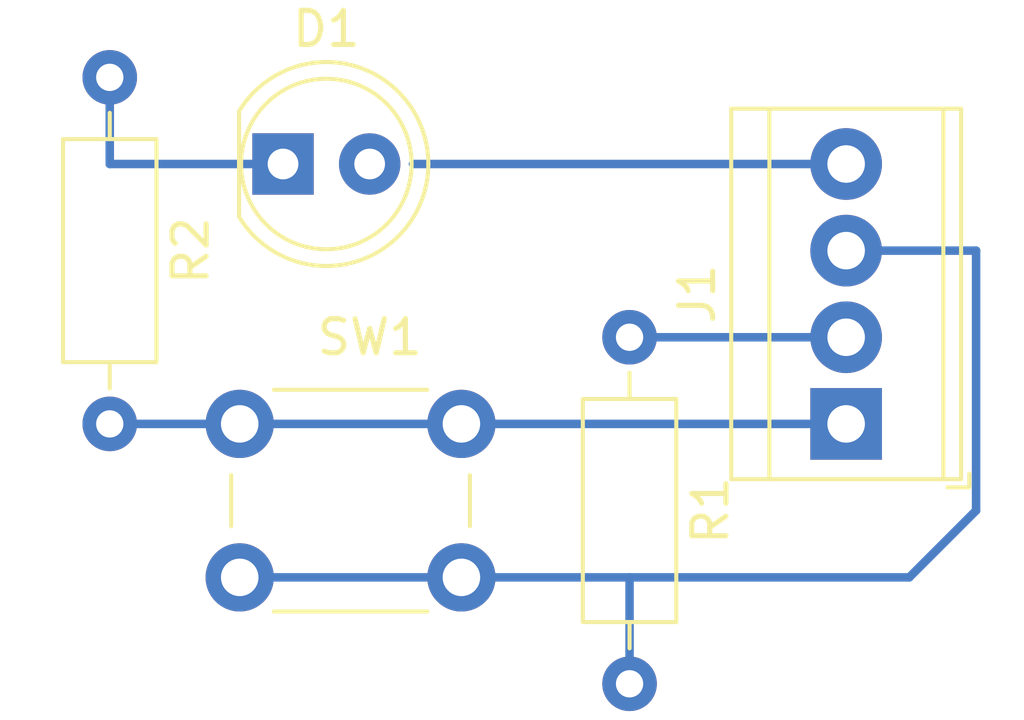
<source format=kicad_pcb>
(kicad_pcb (version 20171130) (host pcbnew "(5.0.1-3-g963ef8bb5)")

  (general
    (thickness 1.6)
    (drawings 0)
    (tracks 11)
    (zones 0)
    (modules 5)
    (nets 6)
  )

  (page A4)
  (title_block
    (title "WiFi LED Button")
    (date 2018-12-20)
    (rev 1.0)
    (company "Dr.-Ing. Thorsten Ludewig")
  )

  (layers
    (0 F.Cu signal)
    (31 B.Cu signal)
    (32 B.Adhes user)
    (33 F.Adhes user)
    (34 B.Paste user)
    (35 F.Paste user)
    (36 B.SilkS user)
    (37 F.SilkS user)
    (38 B.Mask user)
    (39 F.Mask user)
    (40 Dwgs.User user)
    (41 Cmts.User user)
    (42 Eco1.User user)
    (43 Eco2.User user)
    (44 Edge.Cuts user)
    (45 Margin user)
    (46 B.CrtYd user)
    (47 F.CrtYd user)
    (48 B.Fab user)
    (49 F.Fab user)
  )

  (setup
    (last_trace_width 0.25)
    (trace_clearance 0.2)
    (zone_clearance 0.508)
    (zone_45_only no)
    (trace_min 0.2)
    (segment_width 0.2)
    (edge_width 0.15)
    (via_size 0.8)
    (via_drill 0.4)
    (via_min_size 0.4)
    (via_min_drill 0.3)
    (uvia_size 0.3)
    (uvia_drill 0.1)
    (uvias_allowed no)
    (uvia_min_size 0.2)
    (uvia_min_drill 0.1)
    (pcb_text_width 0.3)
    (pcb_text_size 1.5 1.5)
    (mod_edge_width 0.15)
    (mod_text_size 1 1)
    (mod_text_width 0.15)
    (pad_size 1.524 1.524)
    (pad_drill 0.762)
    (pad_to_mask_clearance 0.051)
    (solder_mask_min_width 0.25)
    (aux_axis_origin 0 0)
    (visible_elements FFFFFF7F)
    (pcbplotparams
      (layerselection 0x010fc_ffffffff)
      (usegerberextensions false)
      (usegerberattributes false)
      (usegerberadvancedattributes false)
      (creategerberjobfile false)
      (excludeedgelayer true)
      (linewidth 0.100000)
      (plotframeref false)
      (viasonmask false)
      (mode 1)
      (useauxorigin false)
      (hpglpennumber 1)
      (hpglpenspeed 20)
      (hpglpendiameter 15.000000)
      (psnegative false)
      (psa4output false)
      (plotreference true)
      (plotvalue true)
      (plotinvisibletext false)
      (padsonsilk false)
      (subtractmaskfromsilk false)
      (outputformat 4)
      (mirror false)
      (drillshape 0)
      (scaleselection 1)
      (outputdirectory "./"))
  )

  (net 0 "")
  (net 1 "Net-(D1-Pad1)")
  (net 2 "Net-(D1-Pad2)")
  (net 3 GND)
  (net 4 "Net-(J1-Pad2)")
  (net 5 "Net-(J1-Pad3)")

  (net_class Default "Dies ist die voreingestellte Netzklasse."
    (clearance 0.2)
    (trace_width 0.25)
    (via_dia 0.8)
    (via_drill 0.4)
    (uvia_dia 0.3)
    (uvia_drill 0.1)
    (add_net GND)
    (add_net "Net-(D1-Pad1)")
    (add_net "Net-(D1-Pad2)")
    (add_net "Net-(J1-Pad2)")
    (add_net "Net-(J1-Pad3)")
  )

  (module LED_THT:LED_D5.0mm (layer F.Cu) (tedit 5C1BAB5A) (tstamp 5C1BAC87)
    (at 66.04 53.34)
    (descr "LED, diameter 5.0mm, 2 pins, http://cdn-reichelt.de/documents/datenblatt/A500/LL-504BC2E-009.pdf")
    (tags "LED diameter 5.0mm 2 pins")
    (path /5C1BA2A7)
    (fp_text reference D1 (at 1.27 -3.96) (layer F.SilkS)
      (effects (font (size 1 1) (thickness 0.15)))
    )
    (fp_text value LED (at 1.27 3.96) (layer F.Fab)
      (effects (font (size 1 1) (thickness 0.15)))
    )
    (fp_arc (start 1.27 0) (end -1.23 -1.469694) (angle 299.1) (layer F.Fab) (width 0.1))
    (fp_arc (start 1.27 0) (end -1.29 -1.54483) (angle 148.9) (layer F.SilkS) (width 0.12))
    (fp_arc (start 1.27 0) (end -1.29 1.54483) (angle -148.9) (layer F.SilkS) (width 0.12))
    (fp_circle (center 1.27 0) (end 3.77 0) (layer F.Fab) (width 0.1))
    (fp_circle (center 1.27 0) (end 3.77 0) (layer F.SilkS) (width 0.12))
    (fp_line (start -1.23 -1.469694) (end -1.23 1.469694) (layer F.Fab) (width 0.1))
    (fp_line (start -1.29 -1.545) (end -1.29 1.545) (layer F.SilkS) (width 0.12))
    (fp_line (start -1.95 -3.25) (end -1.95 3.25) (layer F.CrtYd) (width 0.05))
    (fp_line (start -1.95 3.25) (end 4.5 3.25) (layer F.CrtYd) (width 0.05))
    (fp_line (start 4.5 3.25) (end 4.5 -3.25) (layer F.CrtYd) (width 0.05))
    (fp_line (start 4.5 -3.25) (end -1.95 -3.25) (layer F.CrtYd) (width 0.05))
    (fp_text user %R (at 1.25 0) (layer F.Fab)
      (effects (font (size 0.8 0.8) (thickness 0.2)))
    )
    (pad 1 thru_hole rect (at 0 0) (size 1.8 1.8) (drill 0.9) (layers *.Cu *.Mask)
      (net 1 "Net-(D1-Pad1)"))
    (pad 2 thru_hole circle (at 2.54 0) (size 1.8 1.8) (drill 0.9) (layers *.Cu *.Mask)
      (net 2 "Net-(D1-Pad2)"))
    (model ${KISYS3DMOD}/LED_THT.3dshapes/LED_D5.0mm.wrl
      (at (xyz 0 0 0))
      (scale (xyz 1 1 1))
      (rotate (xyz 0 0 0))
    )
  )

  (module TerminalBlock_TE-Connectivity:TerminalBlock_TE_282834-4_1x04_P2.54mm_Horizontal (layer F.Cu) (tedit 5B1EC513) (tstamp 5C1BACAF)
    (at 82.55 60.96 90)
    (descr "Terminal Block TE 282834-4, 4 pins, pitch 2.54mm, size 10.620000000000001x6.5mm^2, drill diamater 1.1mm, pad diameter 2.1mm, see http://www.te.com/commerce/DocumentDelivery/DDEController?Action=showdoc&DocId=Customer+Drawing%7F282834%7FC1%7Fpdf%7FEnglish%7FENG_CD_282834_C1.pdf, script-generated using https://github.com/pointhi/kicad-footprint-generator/scripts/TerminalBlock_TE-Connectivity")
    (tags "THT Terminal Block TE 282834-4 pitch 2.54mm size 10.620000000000001x6.5mm^2 drill 1.1mm pad 2.1mm")
    (path /5C1BA6B2)
    (fp_text reference J1 (at 3.81 -4.37 90) (layer F.SilkS)
      (effects (font (size 1 1) (thickness 0.15)))
    )
    (fp_text value Conn_01x04_Female (at 3.81 4.37 90) (layer F.Fab)
      (effects (font (size 1 1) (thickness 0.15)))
    )
    (fp_circle (center 0 0) (end 1.1 0) (layer F.Fab) (width 0.1))
    (fp_circle (center 2.54 0) (end 3.64 0) (layer F.Fab) (width 0.1))
    (fp_circle (center 5.08 0) (end 6.18 0) (layer F.Fab) (width 0.1))
    (fp_circle (center 7.62 0) (end 8.72 0) (layer F.Fab) (width 0.1))
    (fp_line (start -1.5 -3.25) (end 9.12 -3.25) (layer F.Fab) (width 0.1))
    (fp_line (start 9.12 -3.25) (end 9.12 3.25) (layer F.Fab) (width 0.1))
    (fp_line (start 9.12 3.25) (end -1.1 3.25) (layer F.Fab) (width 0.1))
    (fp_line (start -1.1 3.25) (end -1.5 2.85) (layer F.Fab) (width 0.1))
    (fp_line (start -1.5 2.85) (end -1.5 -3.25) (layer F.Fab) (width 0.1))
    (fp_line (start -1.5 2.85) (end 9.12 2.85) (layer F.Fab) (width 0.1))
    (fp_line (start -1.62 2.85) (end 9.241 2.85) (layer F.SilkS) (width 0.12))
    (fp_line (start -1.5 -2.25) (end 9.12 -2.25) (layer F.Fab) (width 0.1))
    (fp_line (start -1.62 -2.25) (end 9.241 -2.25) (layer F.SilkS) (width 0.12))
    (fp_line (start -1.62 -3.37) (end 9.241 -3.37) (layer F.SilkS) (width 0.12))
    (fp_line (start -1.62 3.37) (end 9.241 3.37) (layer F.SilkS) (width 0.12))
    (fp_line (start -1.62 -3.37) (end -1.62 3.37) (layer F.SilkS) (width 0.12))
    (fp_line (start 9.241 -3.37) (end 9.241 3.37) (layer F.SilkS) (width 0.12))
    (fp_line (start 0.835 -0.7) (end -0.701 0.835) (layer F.Fab) (width 0.1))
    (fp_line (start 0.701 -0.835) (end -0.835 0.7) (layer F.Fab) (width 0.1))
    (fp_line (start 3.375 -0.7) (end 1.84 0.835) (layer F.Fab) (width 0.1))
    (fp_line (start 3.241 -0.835) (end 1.706 0.7) (layer F.Fab) (width 0.1))
    (fp_line (start 5.915 -0.7) (end 4.38 0.835) (layer F.Fab) (width 0.1))
    (fp_line (start 5.781 -0.835) (end 4.246 0.7) (layer F.Fab) (width 0.1))
    (fp_line (start 8.455 -0.7) (end 6.92 0.835) (layer F.Fab) (width 0.1))
    (fp_line (start 8.321 -0.835) (end 6.786 0.7) (layer F.Fab) (width 0.1))
    (fp_line (start -1.86 2.97) (end -1.86 3.61) (layer F.SilkS) (width 0.12))
    (fp_line (start -1.86 3.61) (end -1.46 3.61) (layer F.SilkS) (width 0.12))
    (fp_line (start -2 -3.75) (end -2 3.75) (layer F.CrtYd) (width 0.05))
    (fp_line (start -2 3.75) (end 9.63 3.75) (layer F.CrtYd) (width 0.05))
    (fp_line (start 9.63 3.75) (end 9.63 -3.75) (layer F.CrtYd) (width 0.05))
    (fp_line (start 9.63 -3.75) (end -2 -3.75) (layer F.CrtYd) (width 0.05))
    (fp_text user %R (at 3.81 2 90) (layer F.Fab)
      (effects (font (size 1 1) (thickness 0.15)))
    )
    (pad 1 thru_hole rect (at 0 0 90) (size 2.1 2.1) (drill 1.1) (layers *.Cu *.Mask)
      (net 3 GND))
    (pad 2 thru_hole circle (at 2.54 0 90) (size 2.1 2.1) (drill 1.1) (layers *.Cu *.Mask)
      (net 4 "Net-(J1-Pad2)"))
    (pad 3 thru_hole circle (at 5.08 0 90) (size 2.1 2.1) (drill 1.1) (layers *.Cu *.Mask)
      (net 5 "Net-(J1-Pad3)"))
    (pad 4 thru_hole circle (at 7.62 0 90) (size 2.1 2.1) (drill 1.1) (layers *.Cu *.Mask)
      (net 2 "Net-(D1-Pad2)"))
    (model ${KISYS3DMOD}/TerminalBlock_TE-Connectivity.3dshapes/TerminalBlock_TE_282834-4_1x04_P2.54mm_Horizontal.wrl
      (at (xyz 0 0 0))
      (scale (xyz 1 1 1))
      (rotate (xyz 0 0 0))
    )
  )

  (module Resistor_THT:R_Axial_DIN0207_L6.3mm_D2.5mm_P10.16mm_Horizontal (layer F.Cu) (tedit 5AE5139B) (tstamp 5C1BACC6)
    (at 76.2 58.42 270)
    (descr "Resistor, Axial_DIN0207 series, Axial, Horizontal, pin pitch=10.16mm, 0.25W = 1/4W, length*diameter=6.3*2.5mm^2, http://cdn-reichelt.de/documents/datenblatt/B400/1_4W%23YAG.pdf")
    (tags "Resistor Axial_DIN0207 series Axial Horizontal pin pitch 10.16mm 0.25W = 1/4W length 6.3mm diameter 2.5mm")
    (path /5C1BAB70)
    (fp_text reference R1 (at 5.08 -2.37 270) (layer F.SilkS)
      (effects (font (size 1 1) (thickness 0.15)))
    )
    (fp_text value 10kΩ (at 5.08 2.37 270) (layer F.Fab)
      (effects (font (size 1 1) (thickness 0.15)))
    )
    (fp_text user %R (at 5.08 0 270) (layer F.Fab)
      (effects (font (size 1 1) (thickness 0.15)))
    )
    (fp_line (start 11.21 -1.5) (end -1.05 -1.5) (layer F.CrtYd) (width 0.05))
    (fp_line (start 11.21 1.5) (end 11.21 -1.5) (layer F.CrtYd) (width 0.05))
    (fp_line (start -1.05 1.5) (end 11.21 1.5) (layer F.CrtYd) (width 0.05))
    (fp_line (start -1.05 -1.5) (end -1.05 1.5) (layer F.CrtYd) (width 0.05))
    (fp_line (start 9.12 0) (end 8.35 0) (layer F.SilkS) (width 0.12))
    (fp_line (start 1.04 0) (end 1.81 0) (layer F.SilkS) (width 0.12))
    (fp_line (start 8.35 -1.37) (end 1.81 -1.37) (layer F.SilkS) (width 0.12))
    (fp_line (start 8.35 1.37) (end 8.35 -1.37) (layer F.SilkS) (width 0.12))
    (fp_line (start 1.81 1.37) (end 8.35 1.37) (layer F.SilkS) (width 0.12))
    (fp_line (start 1.81 -1.37) (end 1.81 1.37) (layer F.SilkS) (width 0.12))
    (fp_line (start 10.16 0) (end 8.23 0) (layer F.Fab) (width 0.1))
    (fp_line (start 0 0) (end 1.93 0) (layer F.Fab) (width 0.1))
    (fp_line (start 8.23 -1.25) (end 1.93 -1.25) (layer F.Fab) (width 0.1))
    (fp_line (start 8.23 1.25) (end 8.23 -1.25) (layer F.Fab) (width 0.1))
    (fp_line (start 1.93 1.25) (end 8.23 1.25) (layer F.Fab) (width 0.1))
    (fp_line (start 1.93 -1.25) (end 1.93 1.25) (layer F.Fab) (width 0.1))
    (pad 2 thru_hole oval (at 10.16 0 270) (size 1.6 1.6) (drill 0.8) (layers *.Cu *.Mask)
      (net 5 "Net-(J1-Pad3)"))
    (pad 1 thru_hole circle (at 0 0 270) (size 1.6 1.6) (drill 0.8) (layers *.Cu *.Mask)
      (net 4 "Net-(J1-Pad2)"))
    (model ${KISYS3DMOD}/Resistor_THT.3dshapes/R_Axial_DIN0207_L6.3mm_D2.5mm_P10.16mm_Horizontal.wrl
      (at (xyz 0 0 0))
      (scale (xyz 1 1 1))
      (rotate (xyz 0 0 0))
    )
  )

  (module Resistor_THT:R_Axial_DIN0207_L6.3mm_D2.5mm_P10.16mm_Horizontal (layer F.Cu) (tedit 5AE5139B) (tstamp 5C1BACDD)
    (at 60.96 50.8 270)
    (descr "Resistor, Axial_DIN0207 series, Axial, Horizontal, pin pitch=10.16mm, 0.25W = 1/4W, length*diameter=6.3*2.5mm^2, http://cdn-reichelt.de/documents/datenblatt/B400/1_4W%23YAG.pdf")
    (tags "Resistor Axial_DIN0207 series Axial Horizontal pin pitch 10.16mm 0.25W = 1/4W length 6.3mm diameter 2.5mm")
    (path /5C1BA512)
    (fp_text reference R2 (at 5.08 -2.37 270) (layer F.SilkS)
      (effects (font (size 1 1) (thickness 0.15)))
    )
    (fp_text value 150Ω (at 5.08 2.37 270) (layer F.Fab)
      (effects (font (size 1 1) (thickness 0.15)))
    )
    (fp_line (start 1.93 -1.25) (end 1.93 1.25) (layer F.Fab) (width 0.1))
    (fp_line (start 1.93 1.25) (end 8.23 1.25) (layer F.Fab) (width 0.1))
    (fp_line (start 8.23 1.25) (end 8.23 -1.25) (layer F.Fab) (width 0.1))
    (fp_line (start 8.23 -1.25) (end 1.93 -1.25) (layer F.Fab) (width 0.1))
    (fp_line (start 0 0) (end 1.93 0) (layer F.Fab) (width 0.1))
    (fp_line (start 10.16 0) (end 8.23 0) (layer F.Fab) (width 0.1))
    (fp_line (start 1.81 -1.37) (end 1.81 1.37) (layer F.SilkS) (width 0.12))
    (fp_line (start 1.81 1.37) (end 8.35 1.37) (layer F.SilkS) (width 0.12))
    (fp_line (start 8.35 1.37) (end 8.35 -1.37) (layer F.SilkS) (width 0.12))
    (fp_line (start 8.35 -1.37) (end 1.81 -1.37) (layer F.SilkS) (width 0.12))
    (fp_line (start 1.04 0) (end 1.81 0) (layer F.SilkS) (width 0.12))
    (fp_line (start 9.12 0) (end 8.35 0) (layer F.SilkS) (width 0.12))
    (fp_line (start -1.05 -1.5) (end -1.05 1.5) (layer F.CrtYd) (width 0.05))
    (fp_line (start -1.05 1.5) (end 11.21 1.5) (layer F.CrtYd) (width 0.05))
    (fp_line (start 11.21 1.5) (end 11.21 -1.5) (layer F.CrtYd) (width 0.05))
    (fp_line (start 11.21 -1.5) (end -1.05 -1.5) (layer F.CrtYd) (width 0.05))
    (fp_text user %R (at 5.08 0 270) (layer F.Fab)
      (effects (font (size 1 1) (thickness 0.15)))
    )
    (pad 1 thru_hole circle (at 0 0 270) (size 1.6 1.6) (drill 0.8) (layers *.Cu *.Mask)
      (net 1 "Net-(D1-Pad1)"))
    (pad 2 thru_hole oval (at 10.16 0 270) (size 1.6 1.6) (drill 0.8) (layers *.Cu *.Mask)
      (net 3 GND))
    (model ${KISYS3DMOD}/Resistor_THT.3dshapes/R_Axial_DIN0207_L6.3mm_D2.5mm_P10.16mm_Horizontal.wrl
      (at (xyz 0 0 0))
      (scale (xyz 1 1 1))
      (rotate (xyz 0 0 0))
    )
  )

  (module Button_Switch_THT:SW_PUSH_6mm (layer F.Cu) (tedit 5A02FE31) (tstamp 5C1BACFC)
    (at 64.77 60.96)
    (descr https://www.omron.com/ecb/products/pdf/en-b3f.pdf)
    (tags "tact sw push 6mm")
    (path /5C1BAD99)
    (fp_text reference SW1 (at 3.81 -2.54) (layer F.SilkS)
      (effects (font (size 1 1) (thickness 0.15)))
    )
    (fp_text value SW_Push (at 3.75 6.7) (layer F.Fab)
      (effects (font (size 1 1) (thickness 0.15)))
    )
    (fp_text user %R (at 3.25 2.25) (layer F.Fab)
      (effects (font (size 1 1) (thickness 0.15)))
    )
    (fp_line (start 3.25 -0.75) (end 6.25 -0.75) (layer F.Fab) (width 0.1))
    (fp_line (start 6.25 -0.75) (end 6.25 5.25) (layer F.Fab) (width 0.1))
    (fp_line (start 6.25 5.25) (end 0.25 5.25) (layer F.Fab) (width 0.1))
    (fp_line (start 0.25 5.25) (end 0.25 -0.75) (layer F.Fab) (width 0.1))
    (fp_line (start 0.25 -0.75) (end 3.25 -0.75) (layer F.Fab) (width 0.1))
    (fp_line (start 7.75 6) (end 8 6) (layer F.CrtYd) (width 0.05))
    (fp_line (start 8 6) (end 8 5.75) (layer F.CrtYd) (width 0.05))
    (fp_line (start 7.75 -1.5) (end 8 -1.5) (layer F.CrtYd) (width 0.05))
    (fp_line (start 8 -1.5) (end 8 -1.25) (layer F.CrtYd) (width 0.05))
    (fp_line (start -1.5 -1.25) (end -1.5 -1.5) (layer F.CrtYd) (width 0.05))
    (fp_line (start -1.5 -1.5) (end -1.25 -1.5) (layer F.CrtYd) (width 0.05))
    (fp_line (start -1.5 5.75) (end -1.5 6) (layer F.CrtYd) (width 0.05))
    (fp_line (start -1.5 6) (end -1.25 6) (layer F.CrtYd) (width 0.05))
    (fp_line (start -1.25 -1.5) (end 7.75 -1.5) (layer F.CrtYd) (width 0.05))
    (fp_line (start -1.5 5.75) (end -1.5 -1.25) (layer F.CrtYd) (width 0.05))
    (fp_line (start 7.75 6) (end -1.25 6) (layer F.CrtYd) (width 0.05))
    (fp_line (start 8 -1.25) (end 8 5.75) (layer F.CrtYd) (width 0.05))
    (fp_line (start 1 5.5) (end 5.5 5.5) (layer F.SilkS) (width 0.12))
    (fp_line (start -0.25 1.5) (end -0.25 3) (layer F.SilkS) (width 0.12))
    (fp_line (start 5.5 -1) (end 1 -1) (layer F.SilkS) (width 0.12))
    (fp_line (start 6.75 3) (end 6.75 1.5) (layer F.SilkS) (width 0.12))
    (fp_circle (center 3.25 2.25) (end 1.25 2.5) (layer F.Fab) (width 0.1))
    (pad 2 thru_hole circle (at 0 4.5 90) (size 2 2) (drill 1.1) (layers *.Cu *.Mask)
      (net 5 "Net-(J1-Pad3)"))
    (pad 1 thru_hole circle (at 0 0 90) (size 2 2) (drill 1.1) (layers *.Cu *.Mask)
      (net 3 GND))
    (pad 2 thru_hole circle (at 6.5 4.5 90) (size 2 2) (drill 1.1) (layers *.Cu *.Mask)
      (net 5 "Net-(J1-Pad3)"))
    (pad 1 thru_hole circle (at 6.5 0 90) (size 2 2) (drill 1.1) (layers *.Cu *.Mask)
      (net 3 GND))
    (model ${KISYS3DMOD}/Button_Switch_THT.3dshapes/SW_PUSH_6mm.wrl
      (at (xyz 0 0 0))
      (scale (xyz 1 1 1))
      (rotate (xyz 0 0 0))
    )
  )

  (segment (start 60.96 50.8) (end 60.96 53.34) (width 0.25) (layer B.Cu) (net 1))
  (segment (start 60.96 53.34) (end 66.04 53.34) (width 0.25) (layer B.Cu) (net 1))
  (segment (start 82.55 53.34) (end 69.85 53.34) (width 0.25) (layer B.Cu) (net 2))
  (segment (start 60.96 60.96) (end 82.55 60.96) (width 0.25) (layer B.Cu) (net 3))
  (segment (start 82.55 58.42) (end 76.2 58.42) (width 0.25) (layer B.Cu) (net 4))
  (segment (start 84.4 65.46) (end 86.36 63.5) (width 0.25) (layer B.Cu) (net 5))
  (segment (start 86.36 63.5) (end 86.36 55.88) (width 0.25) (layer B.Cu) (net 5))
  (segment (start 86.36 55.88) (end 82.55 55.88) (width 0.25) (layer B.Cu) (net 5))
  (segment (start 76.2 68.58) (end 76.2 65.46) (width 0.25) (layer B.Cu) (net 5))
  (segment (start 76.2 65.46) (end 84.4 65.46) (width 0.25) (layer B.Cu) (net 5))
  (segment (start 64.77 65.46) (end 76.2 65.46) (width 0.25) (layer B.Cu) (net 5))

)

</source>
